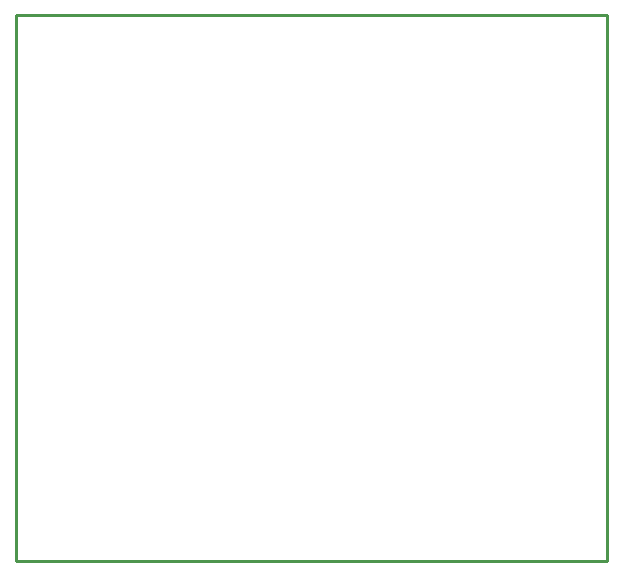
<source format=gko>
G04*
G04 #@! TF.GenerationSoftware,Altium Limited,Altium Designer,22.10.1 (41)*
G04*
G04 Layer_Color=16711935*
%FSTAX24Y24*%
%MOIN*%
G70*
G04*
G04 #@! TF.SameCoordinates,17841630-244F-4CFE-80E3-D5873E1B35FB*
G04*
G04*
G04 #@! TF.FilePolarity,Positive*
G04*
G01*
G75*
%ADD12C,0.0100*%
D12*
X0292Y03185D02*
Y05005D01*
X0489D01*
Y03185D02*
Y05005D01*
X0292Y03185D02*
X0489D01*
M02*

</source>
